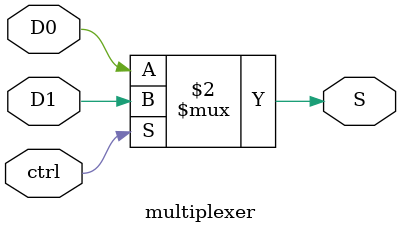
<source format=v>
module multiplexer #(parameter N = 1) (
    input ctrl,
    input [N-1:0] D0,
    input [N-1:0] D1,
    output [N-1:0] S
);

genvar i;
generate
    for (i = 0; i < N; i = i + 1) begin : mux_loop
        assign S[i] = (ctrl == 1'b0) ? D0[i] : D1[i];
    end
endgenerate

endmodule
</source>
